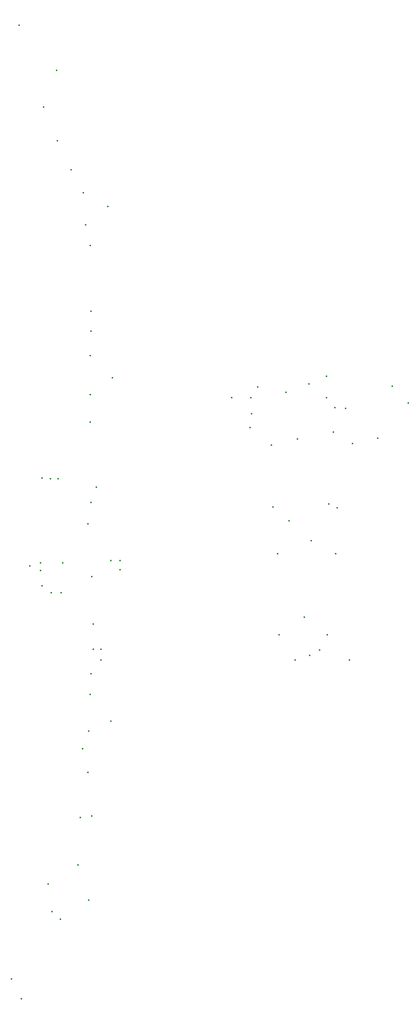
<source format=gbr>
%TF.GenerationSoftware,KiCad,Pcbnew,8.0.3*%
%TF.CreationDate,2025-05-12T21:07:47+02:00*%
%TF.ProjectId,IMU_PCBs,494d555f-5043-4427-932e-6b696361645f,rev?*%
%TF.SameCoordinates,Original*%
%TF.FileFunction,Plated,1,2,PTH,Drill*%
%TF.FilePolarity,Positive*%
%FSLAX46Y46*%
G04 Gerber Fmt 4.6, Leading zero omitted, Abs format (unit mm)*
G04 Created by KiCad (PCBNEW 8.0.3) date 2025-05-12 21:07:47*
%MOMM*%
%LPD*%
G01*
G04 APERTURE LIST*
%TA.AperFunction,ViaDrill*%
%ADD10C,0.200000*%
%TD*%
%TA.AperFunction,ViaDrill*%
%ADD11C,0.250000*%
%TD*%
%TA.AperFunction,ViaDrill*%
%ADD12C,0.260000*%
%TD*%
G04 APERTURE END LIST*
D10*
X74300000Y-158041372D03*
X76710000Y-59351372D03*
X78600000Y-149241372D03*
X79750000Y-66291372D03*
X81030000Y-130321372D03*
X81870000Y-94231372D03*
X81900000Y-74641372D03*
X81950000Y-84121372D03*
X81950000Y-103101372D03*
X81985000Y-122026372D03*
X82040000Y-111271372D03*
X82050000Y-137851372D03*
X100470000Y-90330000D03*
X103570000Y-90880000D03*
X105560000Y-115810000D03*
X106070000Y-89980000D03*
X106160000Y-120010000D03*
X106370000Y-107370000D03*
X107310000Y-119410000D03*
X108020000Y-91530000D03*
X108110000Y-117710000D03*
X110560000Y-120560000D03*
D11*
X102170000Y-103570000D03*
X102670000Y-108770000D03*
X109070000Y-108770000D03*
X109270000Y-103670000D03*
D12*
X73140000Y-155831372D03*
X73990000Y-50281372D03*
X75220000Y-110141372D03*
X76420000Y-109751372D03*
X76430000Y-110631372D03*
X76530000Y-112321372D03*
X76540000Y-100431372D03*
X77230000Y-145371372D03*
X77520000Y-100481372D03*
X77570000Y-113091372D03*
X77700000Y-148401372D03*
X78140000Y-55281372D03*
X78260000Y-63031372D03*
X78350000Y-100491372D03*
X78670000Y-113071372D03*
X78850000Y-109801372D03*
X80560000Y-143271372D03*
X80770000Y-137991372D03*
X81120000Y-68851372D03*
X81380000Y-72391372D03*
X81600000Y-132991372D03*
X81680000Y-105431372D03*
X81720000Y-128441372D03*
X81720000Y-147141372D03*
X81880000Y-124321372D03*
X81900000Y-86861372D03*
X81900000Y-91191372D03*
X81990000Y-81901372D03*
X82210000Y-119351372D03*
X82270000Y-116591372D03*
X82530000Y-101441372D03*
X83080000Y-119321372D03*
X83100000Y-120511372D03*
X83840002Y-70321370D03*
X84180002Y-109571372D03*
X84199998Y-127321370D03*
X84369998Y-89321370D03*
X85160000Y-109571372D03*
X85220000Y-110571372D03*
X97570000Y-91480000D03*
X99620000Y-94830000D03*
X99670000Y-91480000D03*
X99795000Y-93280000D03*
X101920000Y-96730000D03*
X102810000Y-117710000D03*
X103870000Y-105170000D03*
X104560000Y-120510000D03*
X104820000Y-96030000D03*
X108070000Y-89130000D03*
X108270000Y-103270000D03*
X108795000Y-95280000D03*
X108970000Y-92580000D03*
X110170000Y-92680000D03*
X110920000Y-96542500D03*
X113720000Y-95980000D03*
X115320000Y-90230000D03*
X117120000Y-92130000D03*
M02*

</source>
